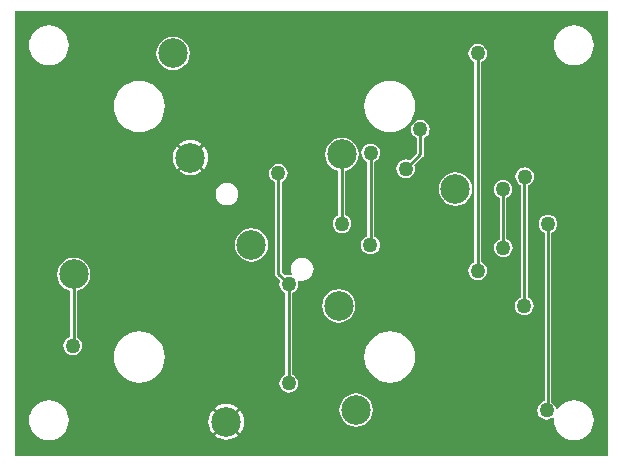
<source format=gtl>
G04 Layer_Physical_Order=1*
G04 Layer_Color=255*
%FSLAX25Y25*%
%MOIN*%
G70*
G01*
G75*
%ADD10C,0.01000*%
%ADD11C,0.09843*%
%ADD12C,0.05000*%
G36*
X-1585Y1314D02*
X-199342D01*
Y149551D01*
X-1585D01*
Y1314D01*
D02*
G37*
%LPC*%
G36*
X-179704Y67402D02*
X-181145Y67212D01*
X-182488Y66656D01*
X-183642Y65771D01*
X-184527Y64617D01*
X-185083Y63274D01*
X-185273Y61833D01*
X-185083Y60391D01*
X-184527Y59048D01*
X-183642Y57895D01*
X-182488Y57010D01*
X-181145Y56454D01*
X-180825Y56411D01*
Y41014D01*
X-181563Y40708D01*
X-182211Y40211D01*
X-182708Y39563D01*
X-183020Y38809D01*
X-183127Y38000D01*
X-183020Y37191D01*
X-182708Y36437D01*
X-182211Y35789D01*
X-181563Y35292D01*
X-180809Y34980D01*
X-180000Y34873D01*
X-179191Y34980D01*
X-178437Y35292D01*
X-177789Y35789D01*
X-177292Y36437D01*
X-176980Y37191D01*
X-176873Y38000D01*
X-176980Y38809D01*
X-177292Y39563D01*
X-177789Y40211D01*
X-178437Y40708D01*
X-178582Y40768D01*
Y56411D01*
X-178262Y56454D01*
X-176919Y57010D01*
X-175766Y57895D01*
X-174881Y59048D01*
X-174325Y60391D01*
X-174135Y61833D01*
X-174325Y63274D01*
X-174881Y64617D01*
X-175766Y65771D01*
X-176919Y66656D01*
X-178262Y67212D01*
X-179704Y67402D01*
D02*
G37*
G36*
X-74334Y42787D02*
X-75995Y42624D01*
X-77592Y42139D01*
X-79064Y41352D01*
X-80355Y40293D01*
X-81414Y39003D01*
X-82200Y37531D01*
X-82685Y35934D01*
X-82849Y34272D01*
X-82685Y32611D01*
X-82200Y31014D01*
X-81414Y29542D01*
X-80355Y28251D01*
X-79064Y27192D01*
X-77592Y26406D01*
X-75995Y25921D01*
X-74334Y25757D01*
X-72672Y25921D01*
X-71075Y26406D01*
X-69603Y27192D01*
X-68313Y28251D01*
X-67254Y29542D01*
X-66467Y31014D01*
X-65982Y32611D01*
X-65819Y34272D01*
X-65982Y35934D01*
X-66467Y37531D01*
X-67254Y39003D01*
X-68313Y40293D01*
X-69603Y41352D01*
X-71075Y42139D01*
X-72672Y42624D01*
X-74334Y42787D01*
D02*
G37*
G36*
X-157850D02*
X-159511Y42624D01*
X-161109Y42139D01*
X-162581Y41352D01*
X-163871Y40293D01*
X-164930Y39003D01*
X-165717Y37531D01*
X-166202Y35934D01*
X-166365Y34272D01*
X-166202Y32611D01*
X-165717Y31014D01*
X-164930Y29542D01*
X-163871Y28251D01*
X-162581Y27192D01*
X-161109Y26406D01*
X-159511Y25921D01*
X-157850Y25757D01*
X-156189Y25921D01*
X-154592Y26406D01*
X-153120Y27192D01*
X-151829Y28251D01*
X-150770Y29542D01*
X-149983Y31014D01*
X-149499Y32611D01*
X-149335Y34272D01*
X-149499Y35934D01*
X-149983Y37531D01*
X-150770Y39003D01*
X-151829Y40293D01*
X-153120Y41352D01*
X-154592Y42139D01*
X-156189Y42624D01*
X-157850Y42787D01*
D02*
G37*
G36*
X-91385Y56893D02*
X-92826Y56703D01*
X-94169Y56146D01*
X-95323Y55261D01*
X-96208Y54108D01*
X-96764Y52765D01*
X-96954Y51324D01*
X-96764Y49882D01*
X-96208Y48539D01*
X-95323Y47386D01*
X-94169Y46501D01*
X-92826Y45944D01*
X-91385Y45755D01*
X-89944Y45944D01*
X-88600Y46501D01*
X-87447Y47386D01*
X-86562Y48539D01*
X-86006Y49882D01*
X-85816Y51324D01*
X-86006Y52765D01*
X-86562Y54108D01*
X-87447Y55261D01*
X-88600Y56146D01*
X-89944Y56703D01*
X-91385Y56893D01*
D02*
G37*
G36*
X-45000Y138627D02*
X-45809Y138520D01*
X-46563Y138208D01*
X-47211Y137711D01*
X-47708Y137063D01*
X-48020Y136309D01*
X-48127Y135500D01*
X-48020Y134691D01*
X-47708Y133937D01*
X-47211Y133289D01*
X-46563Y132792D01*
X-46122Y132609D01*
Y65891D01*
X-46563Y65708D01*
X-47211Y65211D01*
X-47708Y64563D01*
X-48020Y63809D01*
X-48127Y63000D01*
X-48020Y62191D01*
X-47708Y61437D01*
X-47211Y60789D01*
X-46563Y60292D01*
X-45809Y59980D01*
X-45000Y59873D01*
X-44191Y59980D01*
X-43437Y60292D01*
X-42789Y60789D01*
X-42292Y61437D01*
X-41980Y62191D01*
X-41873Y63000D01*
X-41980Y63809D01*
X-42292Y64563D01*
X-42789Y65211D01*
X-43437Y65708D01*
X-43878Y65891D01*
Y132609D01*
X-43437Y132792D01*
X-42789Y133289D01*
X-42292Y133937D01*
X-41980Y134691D01*
X-41873Y135500D01*
X-41980Y136309D01*
X-42292Y137063D01*
X-42789Y137711D01*
X-43437Y138208D01*
X-44191Y138520D01*
X-45000Y138627D01*
D02*
G37*
G36*
X-111500Y98627D02*
X-112309Y98520D01*
X-113063Y98208D01*
X-113711Y97711D01*
X-114208Y97063D01*
X-114520Y96309D01*
X-114627Y95500D01*
X-114520Y94691D01*
X-114208Y93937D01*
X-113711Y93289D01*
X-113063Y92792D01*
X-112622Y92609D01*
Y62000D01*
X-112622Y62000D01*
X-112536Y61571D01*
X-112293Y61207D01*
X-110837Y59751D01*
X-111020Y59309D01*
X-111127Y58500D01*
X-111020Y57691D01*
X-110708Y56937D01*
X-110211Y56289D01*
X-109563Y55792D01*
X-109122Y55609D01*
Y28391D01*
X-109563Y28208D01*
X-110211Y27711D01*
X-110708Y27063D01*
X-111020Y26309D01*
X-111127Y25500D01*
X-111020Y24691D01*
X-110708Y23937D01*
X-110211Y23289D01*
X-109563Y22792D01*
X-108809Y22480D01*
X-108000Y22373D01*
X-107191Y22480D01*
X-106437Y22792D01*
X-105789Y23289D01*
X-105292Y23937D01*
X-104980Y24691D01*
X-104873Y25500D01*
X-104980Y26309D01*
X-105292Y27063D01*
X-105789Y27711D01*
X-106437Y28208D01*
X-106878Y28391D01*
Y55609D01*
X-106437Y55792D01*
X-105789Y56289D01*
X-105292Y56937D01*
X-104980Y57691D01*
X-104873Y58500D01*
X-104980Y59309D01*
X-105070Y59527D01*
X-104687Y59910D01*
X-104543Y59850D01*
X-103565Y59721D01*
X-102586Y59850D01*
X-101673Y60228D01*
X-100890Y60829D01*
X-100289Y61612D01*
X-99911Y62524D01*
X-99783Y63503D01*
X-99911Y64482D01*
X-100289Y65394D01*
X-100890Y66177D01*
X-101673Y66778D01*
X-102586Y67156D01*
X-103565Y67285D01*
X-104543Y67156D01*
X-105456Y66778D01*
X-106239Y66177D01*
X-106840Y65394D01*
X-107218Y64482D01*
X-107346Y63503D01*
X-107218Y62524D01*
X-106992Y61979D01*
X-107050Y61846D01*
X-107352Y61541D01*
X-108000Y61627D01*
X-108809Y61520D01*
X-109251Y61337D01*
X-110378Y62465D01*
Y92609D01*
X-109937Y92792D01*
X-109289Y93289D01*
X-108792Y93937D01*
X-108480Y94691D01*
X-108373Y95500D01*
X-108480Y96309D01*
X-108792Y97063D01*
X-109289Y97711D01*
X-109937Y98208D01*
X-110691Y98520D01*
X-111500Y98627D01*
D02*
G37*
G36*
X-29400Y97527D02*
X-30209Y97420D01*
X-30963Y97108D01*
X-31611Y96611D01*
X-32108Y95963D01*
X-32420Y95209D01*
X-32527Y94400D01*
X-32420Y93591D01*
X-32108Y92837D01*
X-31611Y92189D01*
X-30963Y91692D01*
X-30622Y91551D01*
Y54191D01*
X-31063Y54008D01*
X-31711Y53511D01*
X-32208Y52863D01*
X-32520Y52109D01*
X-32627Y51300D01*
X-32520Y50491D01*
X-32208Y49737D01*
X-31711Y49089D01*
X-31063Y48592D01*
X-30309Y48280D01*
X-29500Y48173D01*
X-28691Y48280D01*
X-27937Y48592D01*
X-27289Y49089D01*
X-26792Y49737D01*
X-26480Y50491D01*
X-26373Y51300D01*
X-26480Y52109D01*
X-26792Y52863D01*
X-27289Y53511D01*
X-27937Y54008D01*
X-28378Y54191D01*
Y91468D01*
X-27837Y91692D01*
X-27189Y92189D01*
X-26692Y92837D01*
X-26380Y93591D01*
X-26273Y94400D01*
X-26380Y95209D01*
X-26692Y95963D01*
X-27189Y96611D01*
X-27837Y97108D01*
X-28591Y97420D01*
X-29400Y97527D01*
D02*
G37*
G36*
X-128898Y11990D02*
X-132717Y8171D01*
X-132203Y7750D01*
X-131175Y7200D01*
X-130059Y6862D01*
X-128898Y6747D01*
X-127737Y6862D01*
X-126621Y7200D01*
X-125592Y7750D01*
X-125079Y8171D01*
X-128898Y11990D01*
D02*
G37*
G36*
X-21600Y81727D02*
X-22409Y81620D01*
X-23163Y81308D01*
X-23811Y80811D01*
X-24308Y80163D01*
X-24620Y79409D01*
X-24727Y78600D01*
X-24620Y77791D01*
X-24308Y77037D01*
X-23811Y76389D01*
X-23163Y75892D01*
X-22722Y75709D01*
Y19545D01*
X-22909Y19520D01*
X-23663Y19208D01*
X-24311Y18711D01*
X-24808Y18063D01*
X-25120Y17309D01*
X-25227Y16500D01*
X-25120Y15691D01*
X-24808Y14937D01*
X-24311Y14289D01*
X-23663Y13792D01*
X-22909Y13480D01*
X-22100Y13373D01*
X-21291Y13480D01*
X-20537Y13792D01*
X-19996Y14207D01*
X-19623Y14062D01*
X-19517Y13971D01*
X-19595Y13172D01*
X-19468Y11878D01*
X-19091Y10634D01*
X-18478Y9488D01*
X-17653Y8483D01*
X-16648Y7658D01*
X-15501Y7045D01*
X-14257Y6668D01*
X-12963Y6540D01*
X-11670Y6668D01*
X-10425Y7045D01*
X-9279Y7658D01*
X-8274Y8483D01*
X-7449Y9488D01*
X-6836Y10634D01*
X-6459Y11878D01*
X-6331Y13172D01*
X-6459Y14466D01*
X-6836Y15710D01*
X-7449Y16857D01*
X-8274Y17862D01*
X-9279Y18687D01*
X-10425Y19299D01*
X-11670Y19677D01*
X-12963Y19804D01*
X-14257Y19677D01*
X-15501Y19299D01*
X-16648Y18687D01*
X-17653Y17862D01*
X-18478Y16857D01*
X-18508Y16799D01*
X-19025Y16893D01*
X-19080Y17309D01*
X-19392Y18063D01*
X-19889Y18711D01*
X-20479Y19163D01*
Y75709D01*
X-20037Y75892D01*
X-19389Y76389D01*
X-18892Y77037D01*
X-18580Y77791D01*
X-18473Y78600D01*
X-18580Y79409D01*
X-18892Y80163D01*
X-19389Y80811D01*
X-20037Y81308D01*
X-20791Y81620D01*
X-21600Y81727D01*
D02*
G37*
G36*
X-187963Y19804D02*
X-189257Y19677D01*
X-190501Y19299D01*
X-191648Y18687D01*
X-192653Y17862D01*
X-193478Y16857D01*
X-194090Y15710D01*
X-194468Y14466D01*
X-194595Y13172D01*
X-194468Y11878D01*
X-194090Y10634D01*
X-193478Y9488D01*
X-192653Y8483D01*
X-191648Y7658D01*
X-190501Y7045D01*
X-189257Y6668D01*
X-187963Y6540D01*
X-186670Y6668D01*
X-185425Y7045D01*
X-184279Y7658D01*
X-183274Y8483D01*
X-182449Y9488D01*
X-181836Y10634D01*
X-181459Y11878D01*
X-181331Y13172D01*
X-181459Y14466D01*
X-181836Y15710D01*
X-182449Y16857D01*
X-183274Y17862D01*
X-184279Y18687D01*
X-185425Y19299D01*
X-186670Y19677D01*
X-187963Y19804D01*
D02*
G37*
G36*
X-133424Y16516D02*
X-133845Y16003D01*
X-134395Y14974D01*
X-134733Y13858D01*
X-134848Y12697D01*
X-134733Y11536D01*
X-134395Y10420D01*
X-133845Y9392D01*
X-133424Y8878D01*
X-129605Y12697D01*
X-133424Y16516D01*
D02*
G37*
G36*
X-128898Y18647D02*
X-130059Y18533D01*
X-131175Y18194D01*
X-132203Y17644D01*
X-132717Y17223D01*
X-128898Y13404D01*
X-125079Y17223D01*
X-125592Y17644D01*
X-126621Y18194D01*
X-127737Y18533D01*
X-128898Y18647D01*
D02*
G37*
G36*
X-85608Y22164D02*
X-87050Y21974D01*
X-88393Y21418D01*
X-89546Y20533D01*
X-90431Y19379D01*
X-90988Y18036D01*
X-91177Y16595D01*
X-90988Y15153D01*
X-90431Y13810D01*
X-89546Y12657D01*
X-88393Y11772D01*
X-87050Y11215D01*
X-85608Y11026D01*
X-84167Y11215D01*
X-82824Y11772D01*
X-81671Y12657D01*
X-80786Y13810D01*
X-80229Y15153D01*
X-80040Y16595D01*
X-80229Y18036D01*
X-80786Y19379D01*
X-81671Y20533D01*
X-82824Y21418D01*
X-84167Y21974D01*
X-85608Y22164D01*
D02*
G37*
G36*
X-124372Y16516D02*
X-128191Y12697D01*
X-124372Y8878D01*
X-123951Y9392D01*
X-123401Y10420D01*
X-123062Y11536D01*
X-122948Y12697D01*
X-123062Y13858D01*
X-123401Y14974D01*
X-123951Y16003D01*
X-124372Y16516D01*
D02*
G37*
G36*
X-120477Y77215D02*
X-121918Y77025D01*
X-123261Y76469D01*
X-124414Y75584D01*
X-125299Y74430D01*
X-125856Y73087D01*
X-126046Y71646D01*
X-125856Y70205D01*
X-125299Y68862D01*
X-124414Y67708D01*
X-123261Y66823D01*
X-121918Y66267D01*
X-120477Y66077D01*
X-119035Y66267D01*
X-117692Y66823D01*
X-116539Y67708D01*
X-115654Y68862D01*
X-115097Y70205D01*
X-114908Y71646D01*
X-115097Y73087D01*
X-115654Y74430D01*
X-116539Y75584D01*
X-117692Y76469D01*
X-119035Y77025D01*
X-120477Y77215D01*
D02*
G37*
G36*
X-157850Y126304D02*
X-159511Y126140D01*
X-161109Y125656D01*
X-162581Y124869D01*
X-163871Y123810D01*
X-164930Y122520D01*
X-165717Y121047D01*
X-166202Y119450D01*
X-166365Y117789D01*
X-166202Y116128D01*
X-165717Y114530D01*
X-164930Y113058D01*
X-163871Y111768D01*
X-162581Y110709D01*
X-161109Y109922D01*
X-159511Y109438D01*
X-157850Y109274D01*
X-156189Y109438D01*
X-154592Y109922D01*
X-153120Y110709D01*
X-151829Y111768D01*
X-150770Y113058D01*
X-149983Y114530D01*
X-149499Y116128D01*
X-149335Y117789D01*
X-149499Y119450D01*
X-149983Y121047D01*
X-150770Y122520D01*
X-151829Y123810D01*
X-153120Y124869D01*
X-154592Y125656D01*
X-156189Y126140D01*
X-157850Y126304D01*
D02*
G37*
G36*
X-140799Y106687D02*
X-141960Y106573D01*
X-143076Y106235D01*
X-144105Y105685D01*
X-144618Y105263D01*
X-140799Y101445D01*
X-136980Y105263D01*
X-137493Y105685D01*
X-138522Y106235D01*
X-139638Y106573D01*
X-140799Y106687D01*
D02*
G37*
G36*
X-64148Y113275D02*
X-64957Y113168D01*
X-65711Y112856D01*
X-66359Y112359D01*
X-66856Y111711D01*
X-67168Y110957D01*
X-67275Y110148D01*
X-67168Y109339D01*
X-66856Y108585D01*
X-66359Y107937D01*
X-65711Y107440D01*
X-65270Y107257D01*
Y102316D01*
X-67749Y99837D01*
X-68191Y100020D01*
X-69000Y100127D01*
X-69809Y100020D01*
X-70563Y99708D01*
X-71211Y99211D01*
X-71708Y98563D01*
X-72020Y97809D01*
X-72127Y97000D01*
X-72020Y96191D01*
X-71708Y95437D01*
X-71211Y94789D01*
X-70563Y94292D01*
X-69809Y93980D01*
X-69000Y93873D01*
X-68191Y93980D01*
X-67437Y94292D01*
X-66789Y94789D01*
X-66292Y95437D01*
X-65980Y96191D01*
X-65873Y97000D01*
X-65980Y97809D01*
X-66163Y98251D01*
X-63355Y101059D01*
X-63355Y101059D01*
X-63112Y101423D01*
X-63026Y101852D01*
Y107257D01*
X-62585Y107440D01*
X-61937Y107937D01*
X-61440Y108585D01*
X-61128Y109339D01*
X-61021Y110148D01*
X-61128Y110957D01*
X-61440Y111711D01*
X-61937Y112359D01*
X-62585Y112856D01*
X-63339Y113168D01*
X-64148Y113275D01*
D02*
G37*
G36*
X-74334Y126304D02*
X-75995Y126140D01*
X-77592Y125656D01*
X-79064Y124869D01*
X-80355Y123810D01*
X-81414Y122520D01*
X-82200Y121047D01*
X-82685Y119450D01*
X-82849Y117789D01*
X-82685Y116128D01*
X-82200Y114530D01*
X-81414Y113058D01*
X-80355Y111768D01*
X-79064Y110709D01*
X-77592Y109922D01*
X-75995Y109438D01*
X-74334Y109274D01*
X-72672Y109438D01*
X-71075Y109922D01*
X-69603Y110709D01*
X-68313Y111768D01*
X-67254Y113058D01*
X-66467Y114530D01*
X-65982Y116128D01*
X-65819Y117789D01*
X-65982Y119450D01*
X-66467Y121047D01*
X-67254Y122520D01*
X-68313Y123810D01*
X-69603Y124869D01*
X-71075Y125656D01*
X-72672Y126140D01*
X-74334Y126304D01*
D02*
G37*
G36*
X-12963Y144804D02*
X-14257Y144677D01*
X-15501Y144299D01*
X-16648Y143686D01*
X-17653Y142862D01*
X-18478Y141857D01*
X-19091Y140710D01*
X-19468Y139466D01*
X-19595Y138172D01*
X-19468Y136878D01*
X-19091Y135634D01*
X-18478Y134488D01*
X-17653Y133483D01*
X-16648Y132658D01*
X-15501Y132045D01*
X-14257Y131668D01*
X-12963Y131540D01*
X-11670Y131668D01*
X-10425Y132045D01*
X-9279Y132658D01*
X-8274Y133483D01*
X-7449Y134488D01*
X-6836Y135634D01*
X-6459Y136878D01*
X-6331Y138172D01*
X-6459Y139466D01*
X-6836Y140710D01*
X-7449Y141857D01*
X-8274Y142862D01*
X-9279Y143686D01*
X-10425Y144299D01*
X-11670Y144677D01*
X-12963Y144804D01*
D02*
G37*
G36*
X-187963D02*
X-189257Y144677D01*
X-190501Y144299D01*
X-191648Y143686D01*
X-192653Y142862D01*
X-193478Y141857D01*
X-194090Y140710D01*
X-194468Y139466D01*
X-194595Y138172D01*
X-194468Y136878D01*
X-194090Y135634D01*
X-193478Y134488D01*
X-192653Y133483D01*
X-191648Y132658D01*
X-190501Y132045D01*
X-189257Y131668D01*
X-187963Y131540D01*
X-186670Y131668D01*
X-185425Y132045D01*
X-184279Y132658D01*
X-183274Y133483D01*
X-182449Y134488D01*
X-181836Y135634D01*
X-181459Y136878D01*
X-181331Y138172D01*
X-181459Y139466D01*
X-181836Y140710D01*
X-182449Y141857D01*
X-183274Y142862D01*
X-184279Y143686D01*
X-185425Y144299D01*
X-186670Y144677D01*
X-187963Y144804D01*
D02*
G37*
G36*
X-146575Y141035D02*
X-148017Y140846D01*
X-149360Y140289D01*
X-150513Y139404D01*
X-151398Y138251D01*
X-151955Y136908D01*
X-152144Y135467D01*
X-151955Y134025D01*
X-151398Y132682D01*
X-150513Y131529D01*
X-149360Y130644D01*
X-148017Y130087D01*
X-146575Y129898D01*
X-145134Y130087D01*
X-143791Y130644D01*
X-142638Y131529D01*
X-141753Y132682D01*
X-141196Y134025D01*
X-141007Y135467D01*
X-141196Y136908D01*
X-141753Y138251D01*
X-142638Y139404D01*
X-143791Y140289D01*
X-145134Y140846D01*
X-146575Y141035D01*
D02*
G37*
G36*
X-136273Y104556D02*
X-140092Y100738D01*
X-136273Y96919D01*
X-135852Y97432D01*
X-135302Y98461D01*
X-134963Y99577D01*
X-134849Y100738D01*
X-134963Y101898D01*
X-135302Y103015D01*
X-135852Y104043D01*
X-136273Y104556D01*
D02*
G37*
G36*
X-90341Y107350D02*
X-91782Y107161D01*
X-93125Y106604D01*
X-94279Y105719D01*
X-95164Y104566D01*
X-95720Y103223D01*
X-95910Y101781D01*
X-95720Y100340D01*
X-95164Y98997D01*
X-94279Y97844D01*
X-93125Y96959D01*
X-91782Y96402D01*
X-91463Y96360D01*
Y81574D01*
X-91863Y81408D01*
X-92511Y80911D01*
X-93008Y80263D01*
X-93320Y79509D01*
X-93427Y78700D01*
X-93320Y77891D01*
X-93008Y77137D01*
X-92511Y76489D01*
X-91863Y75992D01*
X-91109Y75680D01*
X-90300Y75573D01*
X-89491Y75680D01*
X-88737Y75992D01*
X-88089Y76489D01*
X-87592Y77137D01*
X-87280Y77891D01*
X-87173Y78700D01*
X-87280Y79509D01*
X-87592Y80263D01*
X-88089Y80911D01*
X-88737Y81408D01*
X-89219Y81608D01*
Y96360D01*
X-88900Y96402D01*
X-87557Y96959D01*
X-86403Y97844D01*
X-85518Y98997D01*
X-84962Y100340D01*
X-84772Y101781D01*
X-84962Y103223D01*
X-85518Y104566D01*
X-86403Y105719D01*
X-87557Y106604D01*
X-88900Y107161D01*
X-90341Y107350D01*
D02*
G37*
G36*
X-80700Y105427D02*
X-81509Y105320D01*
X-82263Y105008D01*
X-82911Y104511D01*
X-83408Y103863D01*
X-83720Y103109D01*
X-83827Y102300D01*
X-83720Y101491D01*
X-83408Y100737D01*
X-82911Y100089D01*
X-82263Y99592D01*
X-81822Y99409D01*
Y74532D01*
X-82363Y74308D01*
X-83011Y73811D01*
X-83508Y73163D01*
X-83820Y72409D01*
X-83927Y71600D01*
X-83820Y70791D01*
X-83508Y70037D01*
X-83011Y69389D01*
X-82363Y68892D01*
X-81609Y68580D01*
X-80800Y68473D01*
X-79991Y68580D01*
X-79237Y68892D01*
X-78589Y69389D01*
X-78092Y70037D01*
X-77780Y70791D01*
X-77673Y71600D01*
X-77780Y72409D01*
X-78092Y73163D01*
X-78589Y73811D01*
X-79237Y74308D01*
X-79578Y74449D01*
Y99409D01*
X-79137Y99592D01*
X-78489Y100089D01*
X-77992Y100737D01*
X-77680Y101491D01*
X-77573Y102300D01*
X-77680Y103109D01*
X-77992Y103863D01*
X-78489Y104511D01*
X-79137Y105008D01*
X-79891Y105320D01*
X-80700Y105427D01*
D02*
G37*
G36*
X-36600Y93327D02*
X-37409Y93220D01*
X-38163Y92908D01*
X-38811Y92411D01*
X-39308Y91763D01*
X-39620Y91009D01*
X-39727Y90200D01*
X-39620Y89391D01*
X-39308Y88637D01*
X-38811Y87989D01*
X-38163Y87492D01*
X-37722Y87309D01*
Y73549D01*
X-38063Y73408D01*
X-38711Y72911D01*
X-39208Y72263D01*
X-39520Y71509D01*
X-39627Y70700D01*
X-39520Y69891D01*
X-39208Y69137D01*
X-38711Y68489D01*
X-38063Y67992D01*
X-37309Y67680D01*
X-36500Y67573D01*
X-35691Y67680D01*
X-34937Y67992D01*
X-34289Y68489D01*
X-33792Y69137D01*
X-33480Y69891D01*
X-33373Y70700D01*
X-33480Y71509D01*
X-33792Y72263D01*
X-34289Y72911D01*
X-34937Y73408D01*
X-35478Y73632D01*
Y87309D01*
X-35037Y87492D01*
X-34389Y87989D01*
X-33892Y88637D01*
X-33580Y89391D01*
X-33473Y90200D01*
X-33580Y91009D01*
X-33892Y91763D01*
X-34389Y92411D01*
X-35037Y92908D01*
X-35791Y93220D01*
X-36600Y93327D01*
D02*
G37*
G36*
X-52480Y95797D02*
X-53922Y95608D01*
X-55265Y95051D01*
X-56418Y94166D01*
X-57303Y93013D01*
X-57859Y91670D01*
X-58049Y90228D01*
X-57859Y88787D01*
X-57303Y87444D01*
X-56418Y86291D01*
X-55265Y85406D01*
X-53922Y84849D01*
X-52480Y84659D01*
X-51039Y84849D01*
X-49696Y85406D01*
X-48542Y86291D01*
X-47657Y87444D01*
X-47101Y88787D01*
X-46911Y90228D01*
X-47101Y91670D01*
X-47657Y93013D01*
X-48542Y94166D01*
X-49696Y95051D01*
X-51039Y95608D01*
X-52480Y95797D01*
D02*
G37*
G36*
X-145325Y104556D02*
X-145746Y104043D01*
X-146296Y103015D01*
X-146634Y101898D01*
X-146749Y100738D01*
X-146634Y99577D01*
X-146296Y98461D01*
X-145746Y97432D01*
X-145325Y96919D01*
X-141506Y100738D01*
X-145325Y104556D01*
D02*
G37*
G36*
X-140799Y100031D02*
X-144618Y96212D01*
X-144105Y95790D01*
X-143076Y95241D01*
X-141960Y94902D01*
X-140799Y94788D01*
X-139638Y94902D01*
X-138522Y95241D01*
X-137493Y95790D01*
X-136980Y96212D01*
X-140799Y100031D01*
D02*
G37*
G36*
X-128620Y92340D02*
X-129598Y92211D01*
X-130510Y91833D01*
X-131294Y91232D01*
X-131895Y90449D01*
X-132273Y89537D01*
X-132401Y88558D01*
X-132273Y87579D01*
X-131895Y86667D01*
X-131294Y85884D01*
X-130510Y85283D01*
X-129598Y84905D01*
X-128620Y84776D01*
X-127641Y84905D01*
X-126728Y85283D01*
X-125945Y85884D01*
X-125344Y86667D01*
X-124966Y87579D01*
X-124838Y88558D01*
X-124966Y89537D01*
X-125344Y90449D01*
X-125945Y91232D01*
X-126728Y91833D01*
X-127641Y92211D01*
X-128620Y92340D01*
D02*
G37*
%LPD*%
D10*
X-29500Y51300D02*
Y94300D01*
X-29400Y94400D01*
X-36600Y70800D02*
Y90200D01*
Y70800D02*
X-36500Y70700D01*
X-80700Y71700D02*
Y102300D01*
X-80800Y71600D02*
X-80700Y71700D01*
X-90341Y78741D02*
Y101781D01*
Y78741D02*
X-90300Y78700D01*
X-22100Y16500D02*
X-21600D01*
Y78600D01*
X-179704Y38296D02*
Y61833D01*
X-180000Y38000D02*
X-179704Y38296D01*
X-45000Y63000D02*
Y135500D01*
X-64148Y101852D02*
Y110148D01*
X-69000Y97000D02*
X-64148Y101852D01*
X-108000Y25500D02*
Y58500D01*
X-111500Y62000D02*
Y95500D01*
Y62000D02*
X-108000Y58500D01*
D11*
X-85608Y16595D02*
D03*
X-146575Y135467D02*
D03*
X-120477Y71646D02*
D03*
X-91385Y51324D02*
D03*
X-140799Y100738D02*
D03*
X-90341Y101781D02*
D03*
X-128898Y12697D02*
D03*
X-52480Y90228D02*
D03*
X-179704Y61833D02*
D03*
D12*
X-29500Y51300D02*
D03*
X-29400Y94400D02*
D03*
X-36600Y90200D02*
D03*
X-36500Y70700D02*
D03*
X-80700Y102300D02*
D03*
X-80800Y71600D02*
D03*
X-90300Y78700D02*
D03*
X-22100Y16500D02*
D03*
X-21600Y78600D02*
D03*
X-180000Y38000D02*
D03*
X-45000Y135500D02*
D03*
Y63000D02*
D03*
X-64148Y110148D02*
D03*
X-69000Y97000D02*
D03*
X-108000Y25500D02*
D03*
Y58500D02*
D03*
X-111500Y95500D02*
D03*
M02*

</source>
